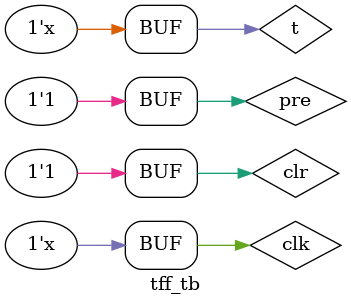
<source format=v>

module d_flipflop(q,qn,d,clk,pre,clr);
  input d,clk,pre,clr;
  output q,qn;
  wire clkn,dn,p,m,r,s,t,u;
  
  not(clkn,clk);
  not(dn,d);
  nand(p,d,clkn,clr);
  nand(m,pre,clkn,dn);
  nand(r,pre,p,s);
  nand(s,m,r,clr);
  nand(t,r,clk);
  nand(u,s,clk);
  nand(q,pre,t,qn);
  nand(qn,clr,u,q);
  
  endmodule
  
  module tff(q,qn,t,clk,pre,clr);
    input t,clk,clr,pre;
    output q,qn;
    
    xor(x,q,t);
    d_flipflop uut (q,qn,x,clk,pre,clr);
    
  endmodule
  
module tff_tb;
  reg t,clk,pre,clr;
  wire q,qn;  
  
  tff dut (q,qn,t,clk,pre,clr);
  
  initial
  begin
    clk=0;clr=0;pre=1;t=0;
    #20 clr=1;
    #50 clr=0;
    #20 clr=1;
    #100 pre=0;
    #30 pre=1;
  end  

  always #50 clk=clk+1;
  always #500 t=t+1;

endmodule 

</source>
